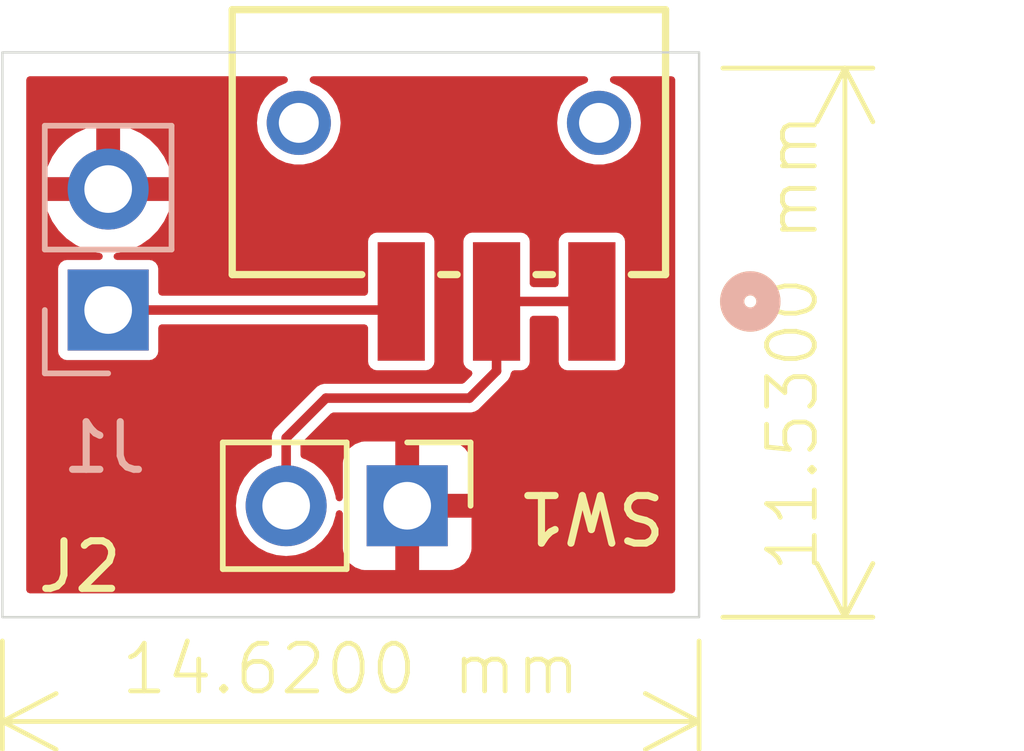
<source format=kicad_pcb>
(kicad_pcb (version 20240108) (generator "pcbnew") (generator_version "8.0")
  (layers (0 "F.Cu" signal) (31 "B.Cu" signal) (34 "B.Paste" user) (35 "F.Paste" user) (36 "B.SilkS" user "B.Silkscreen") (37 "F.SilkS" user "F.Silkscreen") (38 "B.Mask" user) (39 "F.Mask" user) (44 "Edge.Cuts" user))
  (net 0 "")
  (net 1 "VCC")
  (net 2 "GND")
  (net 3 "SWITCH_OUT")
  (footprint "CSS-1210TB:SW3_CSS-1210TB_NDC" (layer "F.Cu") (at 133.490001 73.704287 180)
    (property "Reference" "SW1" (at -2.989999 -7.875713 180) (layer "F.SilkS"))
    (property "Value" "CSS-1210TB")
    (fp_circle (center -6.3246 -3.345713) (end -5.9436 -3.345713) (stroke (width 0.508)) (fill none) (layer "B.SilkS"))
    (fp_line (start 4.5466 2.7813) (end 4.5466 -2.7813) (stroke (width 0.1524)) (layer "F.SilkS"))
    (fp_line (start 4.5466 -2.7813) (end 1.828041 -2.7813) (stroke (width 0.1524)) (layer "F.SilkS"))
    (fp_line (start 0.171961 -2.7813) (end -0.171961 -2.7813) (stroke (width 0.1524)) (layer "F.SilkS"))
    (fp_line (start -1.828041 -2.7813) (end -2.171959 -2.7813) (stroke (width 0.1524)) (layer "F.SilkS"))
    (fp_line (start -3.828039 -2.7813) (end -4.5466 -2.7813) (stroke (width 0.1524)) (layer "F.SilkS"))
    (fp_line (start -4.5466 2.7813) (end 4.5466 2.7813) (stroke (width 0.1524)) (layer "F.SilkS"))
    (fp_line (start -4.5466 -2.7813) (end -4.5466 2.7813) (stroke (width 0.1524)) (layer "F.SilkS"))
    (fp_circle (center -6.3246 -3.345713) (end -5.9436 -3.345713) (stroke (width 0.508)) (fill none) (layer "F.SilkS"))
    (pad "1" smd rect (at -2.999999 -3.345713 180) (size 0.9906 2.4892) (layers "F.Cu" "F.Paste" "F.Mask") (net 3 "SWITCH_OUT"))
    (pad "2" smd rect (at -1.000001 -3.345713 180) (size 0.9906 2.4892) (layers "F.Cu" "F.Paste" "F.Mask") (net 3 "SWITCH_OUT"))
    (pad "3" smd rect (at 1.000001 -3.345713 180) (size 0.9906 2.4892) (layers "F.Cu" "F.Paste" "F.Mask") (net 1 "VCC"))
    (pad "5" thru_hole circle (at -3.149999 0.404287 180) (size 1.3462 1.3462) (drill 0.8382) (layers "*.Cu" "*.Mask"))
    (pad "6" thru_hole circle (at 3.149999 0.404287 180) (size 1.3462 1.3462) (drill 0.8382) (layers "*.Cu" "*.Mask"))
  )
  (footprint "Connector_PinHeader_2.54mm:PinHeader_1x02_P2.54mm_Vertical" (layer "F.Cu") (at 132.615 81.34 -90)
    (property "Reference" "J2" (at 1.28 6.87 180) (layer "F.SilkS"))
    (property "Value" "OUT")
    (fp_line (start -1.33 3.87) (end 1.33 3.87) (stroke (width 0.12)) (layer "F.SilkS"))
    (fp_line (start -1.33 1.27) (end -1.33 3.87) (stroke (width 0.12)) (layer "F.SilkS"))
    (fp_line (start -1.33 1.27) (end 1.33 1.27) (stroke (width 0.12)) (layer "F.SilkS"))
    (fp_line (start 1.33 1.27) (end 1.33 3.87) (stroke (width 0.12)) (layer "F.SilkS"))
    (fp_line (start -1.33 0) (end -1.33 -1.33) (stroke (width 0.12)) (layer "F.SilkS"))
    (fp_line (start -1.33 -1.33) (end 0 -1.33) (stroke (width 0.12)) (layer "F.SilkS"))
    (pad "1" thru_hole rect (at 0 0 270) (size 1.7 1.7) (drill 1) (layers "*.Cu" "*.Mask") (net 2 "GND"))
    (pad "2" thru_hole oval (at 0 2.54 270) (size 1.7 1.7) (drill 1) (layers "*.Cu" "*.Mask") (net 3 "SWITCH_OUT"))
  )
  (footprint "Connector_PinHeader_2.54mm:PinHeader_1x02_P2.54mm_Vertical" (layer "B.Cu") (at 126.34 77.23)
    (property "Reference" "J1" (at -0.08 2.89 0) (layer "B.SilkS") (effects (justify mirror)))
    (property "Value" "BAT")
    (fp_line (start -1.33 -3.87) (end -1.33 -1.27) (stroke (width 0.12)) (layer "B.SilkS"))
    (fp_line (start -1.33 1.33) (end -1.33 0) (stroke (width 0.12)) (layer "B.SilkS"))
    (fp_line (start 0 1.33) (end -1.33 1.33) (stroke (width 0.12)) (layer "B.SilkS"))
    (fp_line (start 1.33 -3.87) (end -1.33 -3.87) (stroke (width 0.12)) (layer "B.SilkS"))
    (fp_line (start 1.33 -3.87) (end 1.33 -1.27) (stroke (width 0.12)) (layer "B.SilkS"))
    (fp_line (start 1.33 -1.27) (end -1.33 -1.27) (stroke (width 0.12)) (layer "B.SilkS"))
    (pad "1" thru_hole rect (at 0 0) (size 1.7 1.7) (drill 1) (layers "*.Cu" "*.Mask") (net 1 "VCC"))
    (pad "2" thru_hole oval (at 0 -2.54) (size 1.7 1.7) (drill 1) (layers "*.Cu" "*.Mask") (net 2 "GND"))
  )
  (gr_rect (start 124.12 71.82) (end 138.74 83.68) (stroke (width 0.05)) (fill none) (layer "Edge.Cuts"))
  (dimension (type aligned) (layer "F.SilkS") (pts (xy 124.12 83.68) (xy 138.74 83.68)) (height 2.189999) (gr_text "14.6200 mm" (at 131.43 84.769999 0) (layer "F.SilkS") (effects (font (size 1 1) (thickness 0.1)))) (format (prefix "") (suffix "") (units 3) (units_format 1) (precision 4)) (style (thickness 0.1) (arrow_length 1.27) (text_position_mode 0) (extension_height 0.58642) (extension_offset 0.5) keep_text_aligned))
  (dimension (type aligned) (layer "F.SilkS") (pts (xy 138.74 72.15) (xy 138.74 83.68)) (height -3.06) (gr_text "11.5300 mm" (at 140.7 77.915 90) (layer "F.SilkS") (effects (font (size 1 1) (thickness 0.1)))) (format (prefix "") (suffix "") (units 3) (units_format 1) (precision 4)) (style (thickness 0.1) (arrow_length 1.27) (text_position_mode 0) (extension_height 0.58642) (extension_offset 0.5) keep_text_aligned))
  (segment (start 132.49 77.05) (end 132.31 77.23) (width 0.2) (layer "F.Cu") (net 1))
  (segment (start 132.31 77.23) (end 126.34 77.23) (width 0.2) (layer "F.Cu") (net 1))
  (segment (start 132.5 76.64) (end 132.5 77.8) (width 0.2) (layer "F.Cu") (net 1))
  (segment (start 130.075 81.34) (end 130.075 79.915) (width 0.2) (layer "F.Cu") (net 3))
  (segment (start 134.490002 77.05) (end 136.49 77.05) (width 0.2) (layer "F.Cu") (net 3))
  (segment (start 130.91 79.08) (end 133.92 79.08) (width 0.2) (layer "F.Cu") (net 3))
  (segment (start 134.490002 78.509998) (end 134.490002 77.05) (width 0.2) (layer "F.Cu") (net 3))
  (segment (start 130.075 79.915) (end 130.91 79.08) (width 0.2) (layer "F.Cu") (net 3))
  (segment (start 133.92 79.08) (end 134.490002 78.509998) (width 0.2) (layer "F.Cu") (net 3))
  (zone (net 2) (net_name "GND") (layer "F.Cu") (connect_pads (clearance 0.1524)) (min_thickness 0.1524) (fill yes (thermal_gap 0.5) (thermal_bridge_width 0.5))
    (polygon (pts (xy 127.04 71.9) (xy 138.61 71.92) (xy 138.59 83.59) (xy 124.23 83.51) (xy 124.18 71.91)))
  )
)
</source>
